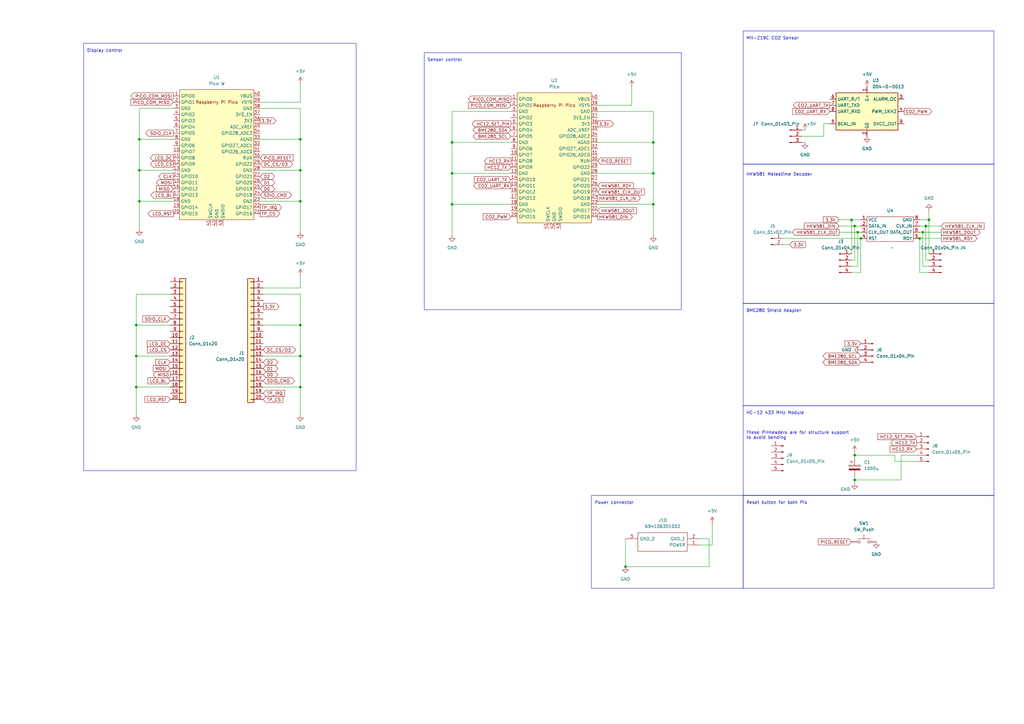
<source format=kicad_sch>
(kicad_sch (version 20230121) (generator eeschema)
  (paper "A3")
  (lib_symbols
    (symbol "694106301002:694106301002" (pin_names (offset 0.762))
      (property "Reference" "J" (at 26.67 7.62 0))
      (property "Value" "694106301002" (at 26.67 5.08 0))
      (symbol "694106301002_0_0"
        (pin passive line (at 30.48 -2.54 180) (length 5.08) (name "POWER") (number "1"))
        (pin passive line (at 30.48 0 180) (length 5.08) (name "GND_1") (number "2"))
        (pin passive line (at 0 0 0) (length 5.08) (name "GND_2") (number "3"))
      )
      (symbol "694106301002_0_1"
        (polyline (pts (xy 5.08 2.54) (xy 25.4 2.54) (xy 25.4 -5.08) (xy 5.08 -5.08) (xy 5.08 2.54)) (stroke (width 0.1524)))
      )
    )
    (symbol "Connector:Conn_01x02_Pin" (pin_names (offset 1.016) hide)
      (property "Reference" "J" (at 0 2.54 0))
      (property "Value" "Conn_01x02_Pin" (at 0 -5.08 0))
      (symbol "Conn_01x02_Pin_1_1"
        (polyline (pts (xy 1.27 -2.54) (xy 0.8636 -2.54)) (stroke (width 0.1524)))
        (polyline (pts (xy 1.27 0) (xy 0.8636 0)) (stroke (width 0.1524)))
        (rectangle (start 0.8636 -2.413) (end 0 -2.667) (stroke (width 0.1524)) (fill (type outline)))
        (rectangle (start 0.8636 0.127) (end 0 -0.127) (stroke (width 0.1524)) (fill (type outline)))
        (pin passive line (at 5.08 0 180) (length 3.81) (name "Pin_1") (number "1"))
        (pin passive line (at 5.08 -2.54 180) (length 3.81) (name "Pin_2") (number "2"))
      )
    )
    (symbol "Connector:Conn_01x03_Pin" (pin_names (offset 1.016) hide)
      (property "Reference" "J" (at 0 5.08 0))
      (property "Value" "Conn_01x03_Pin" (at 0 -5.08 0))
      (symbol "Conn_01x03_Pin_1_1"
        (polyline (pts (xy 1.27 -2.54) (xy 0.8636 -2.54)) (stroke (width 0.1524)))
        (polyline (pts (xy 1.27 0) (xy 0.8636 0)) (stroke (width 0.1524)))
        (polyline (pts (xy 1.27 2.54) (xy 0.8636 2.54)) (stroke (width 0.1524)))
        (rectangle (start 0.8636 -2.413) (end 0 -2.667) (stroke (width 0.1524)) (fill (type outline)))
        (rectangle (start 0.8636 0.127) (end 0 -0.127) (stroke (width 0.1524)) (fill (type outline)))
        (rectangle (start 0.8636 2.667) (end 0 2.413) (stroke (width 0.1524)) (fill (type outline)))
        (pin passive line (at 5.08 2.54 180) (length 3.81) (name "Pin_1") (number "1"))
        (pin passive line (at 5.08 0 180) (length 3.81) (name "Pin_2") (number "2"))
        (pin passive line (at 5.08 -2.54 180) (length 3.81) (name "Pin_3") (number "3"))
      )
    )
    (symbol "Connector:Conn_01x04_Pin" (pin_names (offset 1.016) hide)
      (property "Reference" "J" (at 0 5.08 0))
      (property "Value" "Conn_01x04_Pin" (at 0 -7.62 0))
      (symbol "Conn_01x04_Pin_1_1"
        (polyline (pts (xy 1.27 -5.08) (xy 0.8636 -5.08)) (stroke (width 0.1524)))
        (polyline (pts (xy 1.27 -2.54) (xy 0.8636 -2.54)) (stroke (width 0.1524)))
        (polyline (pts (xy 1.27 0) (xy 0.8636 0)) (stroke (width 0.1524)))
        (polyline (pts (xy 1.27 2.54) (xy 0.8636 2.54)) (stroke (width 0.1524)))
        (rectangle (start 0.8636 -4.953) (end 0 -5.207) (stroke (width 0.1524)) (fill (type outline)))
        (rectangle (start 0.8636 -2.413) (end 0 -2.667) (stroke (width 0.1524)) (fill (type outline)))
        (rectangle (start 0.8636 0.127) (end 0 -0.127) (stroke (width 0.1524)) (fill (type outline)))
        (rectangle (start 0.8636 2.667) (end 0 2.413) (stroke (width 0.1524)) (fill (type outline)))
        (pin passive line (at 5.08 2.54 180) (length 3.81) (name "Pin_1") (number "1"))
        (pin passive line (at 5.08 0 180) (length 3.81) (name "Pin_2") (number "2"))
        (pin passive line (at 5.08 -2.54 180) (length 3.81) (name "Pin_3") (number "3"))
        (pin passive line (at 5.08 -5.08 180) (length 3.81) (name "Pin_4") (number "4"))
      )
    )
    (symbol "Connector:Conn_01x05_Pin" (pin_names (offset 1.016) hide)
      (property "Reference" "J" (at 0 7.62 0))
      (property "Value" "Conn_01x05_Pin" (at 0 -7.62 0))
      (symbol "Conn_01x05_Pin_1_1"
        (polyline (pts (xy 1.27 -5.08) (xy 0.8636 -5.08)) (stroke (width 0.1524)))
        (polyline (pts (xy 1.27 -2.54) (xy 0.8636 -2.54)) (stroke (width 0.1524)))
        (polyline (pts (xy 1.27 0) (xy 0.8636 0)) (stroke (width 0.1524)))
        (polyline (pts (xy 1.27 2.54) (xy 0.8636 2.54)) (stroke (width 0.1524)))
        (polyline (pts (xy 1.27 5.08) (xy 0.8636 5.08)) (stroke (width 0.1524)))
        (rectangle (start 0.8636 -4.953) (end 0 -5.207) (stroke (width 0.1524)) (fill (type outline)))
        (rectangle (start 0.8636 -2.413) (end 0 -2.667) (stroke (width 0.1524)) (fill (type outline)))
        (rectangle (start 0.8636 0.127) (end 0 -0.127) (stroke (width 0.1524)) (fill (type outline)))
        (rectangle (start 0.8636 2.667) (end 0 2.413) (stroke (width 0.1524)) (fill (type outline)))
        (rectangle (start 0.8636 5.207) (end 0 4.953) (stroke (width 0.1524)) (fill (type outline)))
        (pin passive line (at 5.08 5.08 180) (length 3.81) (name "Pin_1") (number "1"))
        (pin passive line (at 5.08 2.54 180) (length 3.81) (name "Pin_2") (number "2"))
        (pin passive line (at 5.08 0 180) (length 3.81) (name "Pin_3") (number "3"))
        (pin passive line (at 5.08 -2.54 180) (length 3.81) (name "Pin_4") (number "4"))
        (pin passive line (at 5.08 -5.08 180) (length 3.81) (name "Pin_5") (number "5"))
      )
    )
    (symbol "Connector_Generic:Conn_01x20" (pin_names (offset 1.016) hide)
      (property "Reference" "J" (at 0 25.4 0))
      (property "Value" "Conn_01x20" (at 0 -27.94 0))
      (symbol "Conn_01x20_1_1"
        (rectangle (start -1.27 -25.273) (end 0 -25.527) (stroke (width 0.1524)))
        (rectangle (start -1.27 -22.733) (end 0 -22.987) (stroke (width 0.1524)))
        (rectangle (start -1.27 -20.193) (end 0 -20.447) (stroke (width 0.1524)))
        (rectangle (start -1.27 -17.653) (end 0 -17.907) (stroke (width 0.1524)))
        (rectangle (start -1.27 -15.113) (end 0 -15.367) (stroke (width 0.1524)))
        (rectangle (start -1.27 -12.573) (end 0 -12.827) (stroke (width 0.1524)))
        (rectangle (start -1.27 -10.033) (end 0 -10.287) (stroke (width 0.1524)))
        (rectangle (start -1.27 -7.493) (end 0 -7.747) (stroke (width 0.1524)))
        (rectangle (start -1.27 -4.953) (end 0 -5.207) (stroke (width 0.1524)))
        (rectangle (start -1.27 -2.413) (end 0 -2.667) (stroke (width 0.1524)))
        (rectangle (start -1.27 0.127) (end 0 -0.127) (stroke (width 0.1524)))
        (rectangle (start -1.27 2.667) (end 0 2.413) (stroke (width 0.1524)))
        (rectangle (start -1.27 5.207) (end 0 4.953) (stroke (width 0.1524)))
        (rectangle (start -1.27 7.747) (end 0 7.493) (stroke (width 0.1524)))
        (rectangle (start -1.27 10.287) (end 0 10.033) (stroke (width 0.1524)))
        (rectangle (start -1.27 12.827) (end 0 12.573) (stroke (width 0.1524)))
        (rectangle (start -1.27 15.367) (end 0 15.113) (stroke (width 0.1524)))
        (rectangle (start -1.27 17.907) (end 0 17.653) (stroke (width 0.1524)))
        (rectangle (start -1.27 20.447) (end 0 20.193) (stroke (width 0.1524)))
        (rectangle (start -1.27 22.987) (end 0 22.733) (stroke (width 0.1524)))
        (rectangle (start -1.27 24.13) (end 1.27 -26.67) (stroke (width 0.254)) (fill (type background)))
        (pin passive line (at -5.08 22.86 0) (length 3.81) (name "Pin_1") (number "1"))
        (pin passive line (at -5.08 0 0) (length 3.81) (name "Pin_10") (number "10"))
        (pin passive line (at -5.08 -2.54 0) (length 3.81) (name "Pin_11") (number "11"))
        (pin passive line (at -5.08 -5.08 0) (length 3.81) (name "Pin_12") (number "12"))
        (pin passive line (at -5.08 -7.62 0) (length 3.81) (name "Pin_13") (number "13"))
        (pin passive line (at -5.08 -10.16 0) (length 3.81) (name "Pin_14") (number "14"))
        (pin passive line (at -5.08 -12.7 0) (length 3.81) (name "Pin_15") (number "15"))
        (pin passive line (at -5.08 -15.24 0) (length 3.81) (name "Pin_16") (number "16"))
        (pin passive line (at -5.08 -17.78 0) (length 3.81) (name "Pin_17") (number "17"))
        (pin passive line (at -5.08 -20.32 0) (length 3.81) (name "Pin_18") (number "18"))
        (pin passive line (at -5.08 -22.86 0) (length 3.81) (name "Pin_19") (number "19"))
        (pin passive line (at -5.08 20.32 0) (length 3.81) (name "Pin_2") (number "2"))
        (pin passive line (at -5.08 -25.4 0) (length 3.81) (name "Pin_20") (number "20"))
        (pin passive line (at -5.08 17.78 0) (length 3.81) (name "Pin_3") (number "3"))
        (pin passive line (at -5.08 15.24 0) (length 3.81) (name "Pin_4") (number "4"))
        (pin passive line (at -5.08 12.7 0) (length 3.81) (name "Pin_5") (number "5"))
        (pin passive line (at -5.08 10.16 0) (length 3.81) (name "Pin_6") (number "6"))
        (pin passive line (at -5.08 7.62 0) (length 3.81) (name "Pin_7") (number "7"))
        (pin passive line (at -5.08 5.08 0) (length 3.81) (name "Pin_8") (number "8"))
        (pin passive line (at -5.08 2.54 0) (length 3.81) (name "Pin_9") (number "9"))
      )
    )
    (symbol "Device:C_Polarized" (pin_numbers hide) (pin_names (offset 0.254))
      (property "Reference" "C" (at 0.635 2.54 0))
      (property "Value" "C_Polarized" (at 0.635 -2.54 0))
      (symbol "C_Polarized_0_1"
        (rectangle (start -2.286 0.508) (end 2.286 1.016))
        (polyline (pts (xy -1.778 2.286) (xy -0.762 2.286)))
        (polyline (pts (xy -1.27 2.794) (xy -1.27 1.778)))
        (rectangle (start 2.286 -0.508) (end -2.286 -1.016) (fill (type outline)))
      )
      (symbol "C_Polarized_1_1"
        (pin passive line (at 0 3.81 270) (length 2.794) (name "~") (number "1"))
        (pin passive line (at 0 -3.81 90) (length 2.794) (name "~") (number "2"))
      )
    )
    (symbol "HKW581:HKW581"
      (property "Reference" "U" (at 0 0 0))
      (symbol "HKW581_0_1"
        (rectangle (start -10.16 12.7) (end 8.89 2.54))
      )
      (symbol "HKW581_1_1"
        (pin power_in line (at -12.7 11.43 0) (length 2.54) (name "VCC") (number "1"))
        (pin input line (at -12.7 8.89 0) (length 2.54) (name "DATA_IN") (number "2"))
        (pin output line (at -12.7 6.35 0) (length 2.54) (name "CLK_OUT") (number "3"))
        (pin input line (at -12.7 3.81 0) (length 2.54) (name "RST") (number "4"))
        (pin output line (at 11.43 3.81 180) (length 2.54) (name "RDY") (number "5"))
        (pin output line (at 11.43 6.35 180) (length 2.54) (name "DATA_OUT") (number "6"))
        (pin input line (at 11.43 8.89 180) (length 2.54) (name "CLK_IN") (number "7"))
        (pin power_in line (at 11.43 11.43 180) (length 2.54) (name "GND") (number "8"))
      )
    )
    (symbol "MCU_RaspberryPi_and_Boards:Pico"
      (property "Reference" "U" (at -13.97 27.94 0))
      (property "Value" "Pico" (at 0 19.05 0))
      (symbol "Pico_0_0"
        (text "Raspberry Pi Pico" (at 0 21.59 0) (effects (font (size 1.27 1.27))))
      )
      (symbol "Pico_0_1"
        (rectangle (start -15.24 26.67) (end 15.24 -26.67) (fill (type background)))
      )
      (symbol "Pico_1_1"
        (pin bidirectional line (at -17.78 24.13 0) (length 2.54) (name "GPIO0") (number "1"))
        (pin bidirectional line (at -17.78 1.27 0) (length 2.54) (name "GPIO7") (number "10"))
        (pin bidirectional line (at -17.78 -1.27 0) (length 2.54) (name "GPIO8") (number "11"))
        (pin bidirectional line (at -17.78 -3.81 0) (length 2.54) (name "GPIO9") (number "12"))
        (pin power_in line (at -17.78 -6.35 0) (length 2.54) (name "GND") (number "13"))
        (pin bidirectional line (at -17.78 -8.89 0) (length 2.54) (name "GPIO10") (number "14"))
        (pin bidirectional line (at -17.78 -11.43 0) (length 2.54) (name "GPIO11") (number "15"))
        (pin bidirectional line (at -17.78 -13.97 0) (length 2.54) (name "GPIO12") (number "16"))
        (pin bidirectional line (at -17.78 -16.51 0) (length 2.54) (name "GPIO13") (number "17"))
        (pin power_in line (at -17.78 -19.05 0) (length 2.54) (name "GND") (number "18"))
        (pin bidirectional line (at -17.78 -21.59 0) (length 2.54) (name "GPIO14") (number "19"))
        (pin bidirectional line (at -17.78 21.59 0) (length 2.54) (name "GPIO1") (number "2"))
        (pin bidirectional line (at -17.78 -24.13 0) (length 2.54) (name "GPIO15") (number "20"))
        (pin bidirectional line (at 17.78 -24.13 180) (length 2.54) (name "GPIO16") (number "21"))
        (pin bidirectional line (at 17.78 -21.59 180) (length 2.54) (name "GPIO17") (number "22"))
        (pin power_in line (at 17.78 -19.05 180) (length 2.54) (name "GND") (number "23"))
        (pin bidirectional line (at 17.78 -16.51 180) (length 2.54) (name "GPIO18") (number "24"))
        (pin bidirectional line (at 17.78 -13.97 180) (length 2.54) (name "GPIO19") (number "25"))
        (pin bidirectional line (at 17.78 -11.43 180) (length 2.54) (name "GPIO20") (number "26"))
        (pin bidirectional line (at 17.78 -8.89 180) (length 2.54) (name "GPIO21") (number "27"))
        (pin power_in line (at 17.78 -6.35 180) (length 2.54) (name "GND") (number "28"))
        (pin bidirectional line (at 17.78 -3.81 180) (length 2.54) (name "GPIO22") (number "29"))
        (pin power_in line (at -17.78 19.05 0) (length 2.54) (name "GND") (number "3"))
        (pin input line (at 17.78 -1.27 180) (length 2.54) (name "RUN") (number "30"))
        (pin bidirectional line (at 17.78 1.27 180) (length 2.54) (name "GPIO26_ADC0") (number "31"))
        (pin bidirectional line (at 17.78 3.81 180) (length 2.54) (name "GPIO27_ADC1") (number "32"))
        (pin power_in line (at 17.78 6.35 180) (length 2.54) (name "AGND") (number "33"))
        (pin bidirectional line (at 17.78 8.89 180) (length 2.54) (name "GPIO28_ADC2") (number "34"))
        (pin power_in line (at 17.78 11.43 180) (length 2.54) (name "ADC_VREF") (number "35"))
        (pin power_in line (at 17.78 13.97 180) (length 2.54) (name "3V3") (number "36"))
        (pin input line (at 17.78 16.51 180) (length 2.54) (name "3V3_EN") (number "37"))
        (pin bidirectional line (at 17.78 19.05 180) (length 2.54) (name "GND") (number "38"))
        (pin power_in line (at 17.78 21.59 180) (length 2.54) (name "VSYS") (number "39"))
        (pin bidirectional line (at -17.78 16.51 0) (length 2.54) (name "GPIO2") (number "4"))
        (pin power_in line (at 17.78 24.13 180) (length 2.54) (name "VBUS") (number "40"))
        (pin input line (at -2.54 -29.21 90) (length 2.54) (name "SWCLK") (number "41"))
        (pin power_in line (at 0 -29.21 90) (length 2.54) (name "GND") (number "42"))
        (pin bidirectional line (at 2.54 -29.21 90) (length 2.54) (name "SWDIO") (number "43"))
        (pin bidirectional line (at -17.78 13.97 0) (length 2.54) (name "GPIO3") (number "5"))
        (pin bidirectional line (at -17.78 11.43 0) (length 2.54) (name "GPIO4") (number "6"))
        (pin bidirectional line (at -17.78 8.89 0) (length 2.54) (name "GPIO5") (number "7"))
        (pin power_in line (at -17.78 6.35 0) (length 2.54) (name "GND") (number "8"))
        (pin bidirectional line (at -17.78 3.81 0) (length 2.54) (name "GPIO6") (number "9"))
      )
    )
    (symbol "Sensor_Gas:004-0-0013"
      (property "Reference" "U" (at -11.43 8.89 0))
      (property "Value" "004-0-0013" (at 7.62 8.89 0))
      (symbol "004-0-0013_0_1"
        (rectangle (start -12.7 7.62) (end 12.7 -7.62) (stroke (width 0.254)) (fill (type background)))
      )
      (symbol "004-0-0013_1_1"
        (pin power_in line (at 0 10.16 270) (length 2.54) (name "G+") (number "1"))
        (pin power_in line (at 0 -10.16 90) (length 2.54) (name "G0") (number "2"))
        (pin open_collector line (at 15.24 5.08 180) (length 2.54) (name "ALARM_OC") (number "3"))
        (pin output line (at 15.24 0 180) (length 2.54) (name "PWM_1KHZ") (number "4"))
        (pin input line (at -15.24 -5.08 0) (length 2.54) (name "BCAL_IN") (number "5"))
        (pin output line (at -15.24 5.08 0) (length 2.54) (name "UART_R/T") (number "6"))
        (pin output line (at -15.24 2.54 0) (length 2.54) (name "UART_TXD") (number "7"))
        (pin input line (at -15.24 0 0) (length 2.54) (name "UART_RXD") (number "8"))
        (pin power_out line (at 15.24 -5.08 180) (length 2.54) (name "DVCC_OUT") (number "9"))
      )
    )
    (symbol "Switch:SW_Push" (pin_numbers hide) (pin_names (offset 1.016) hide)
      (property "Reference" "SW" (at 1.27 2.54 0))
      (property "Value" "SW_Push" (at 0 -1.524 0))
      (symbol "SW_Push_0_1"
        (circle (center -2.032 0) (radius 0.508))
        (polyline (pts (xy 0 1.27) (xy 0 3.048)))
        (polyline (pts (xy 2.54 1.27) (xy -2.54 1.27)))
        (circle (center 2.032 0) (radius 0.508))
        (pin passive line (at -5.08 0 0) (length 2.54) (name "1") (number "1"))
        (pin passive line (at 5.08 0 180) (length 2.54) (name "2") (number "2"))
      )
    )
    (symbol "power:+5V" (power) (pin_names (offset 0))
      (property "Value" "+5V" (at 0 3.556 0))
      (symbol "+5V_0_1"
        (polyline (pts (xy -0.762 1.27) (xy 0 2.54)))
        (polyline (pts (xy 0 0) (xy 0 2.54)))
        (polyline (pts (xy 0 2.54) (xy 0.762 1.27)))
      )
      (symbol "+5V_1_1"
        (pin power_in line (at 0 0 90) (length 0) hide (name "+5V") (number "1"))
      )
    )
    (symbol "power:GND" (power) (pin_names (offset 0))
      (property "Value" "GND" (at 0 -3.81 0))
      (symbol "GND_0_1"
        (polyline (pts (xy 0 0) (xy 0 -1.27) (xy 1.27 -1.27) (xy 0 -2.54) (xy -1.27 -1.27) (xy 0 -1.27)))
      )
      (symbol "GND_1_1"
        (pin power_in line (at 0 0 270) (length 0) hide (name "GND") (number "1"))
      )
    )
  )
  (junction (at 267.97 71.12))
  (junction (at 123.19 133.35))
  (junction (at 351.79 95.25))
  (junction (at 353.06 97.79))
  (junction (at 55.88 158.75))
  (junction (at 123.19 158.75))
  (junction (at 377.19 97.79))
  (junction (at 349.25 90.17))
  (junction (at 185.42 83.82))
  (junction (at 57.15 57.15))
  (junction (at 185.42 58.42))
  (junction (at 267.97 58.42))
  (junction (at 379.73 92.71))
  (junction (at 185.42 71.12))
  (junction (at 378.46 95.25))
  (junction (at 123.19 57.15))
  (junction (at 123.19 82.55))
  (junction (at 350.52 196.85))
  (junction (at 55.88 146.05))
  (junction (at 267.97 83.82))
  (junction (at 57.15 82.55))
  (junction (at 256.54 232.41))
  (junction (at 350.52 92.71))
  (junction (at 123.19 69.85))
  (junction (at 55.88 133.35))
  (junction (at 381 90.17))
  (junction (at 123.19 146.05))
  (junction (at 57.15 69.85))
  (junction (at 350.52 186.69))
  (wire (pts (xy 349.25 90.17) (xy 353.06 90.17)))
  (wire (pts (xy 123.19 118.11) (xy 123.19 113.03)))
  (wire (pts (xy 350.52 106.68) (xy 350.52 92.71)))
  (wire (pts (xy 290.83 220.98) (xy 290.83 232.41)))
  (wire (pts (xy 123.19 158.75) (xy 123.19 170.18)))
  (wire (pts (xy 185.42 71.12) (xy 209.55 71.12)))
  (wire (pts (xy 381 106.68) (xy 379.73 106.68)))
  (wire (pts (xy 57.15 82.55) (xy 57.15 93.98)))
  (wire (pts (xy 381 109.22) (xy 378.46 109.22)))
  (wire (pts (xy 259.08 43.18) (xy 259.08 35.56)))
  (wire (pts (xy 379.73 106.68) (xy 379.73 92.71)))
  (wire (pts (xy 123.19 82.55) (xy 123.19 95.25)))
  (wire (pts (xy 185.42 45.72) (xy 185.42 58.42)))
  (wire (pts (xy 267.97 71.12) (xy 267.97 58.42)))
  (wire (pts (xy 349.25 111.76) (xy 353.06 111.76)))
  (wire (pts (xy 328.93 58.42) (xy 330.2 58.42)))
  (wire (pts (xy 123.19 41.91) (xy 123.19 34.29)))
  (wire (pts (xy 349.25 106.68) (xy 350.52 106.68)))
  (wire (pts (xy 57.15 44.45) (xy 71.12 44.45)))
  (wire (pts (xy 107.95 118.11) (xy 123.19 118.11)))
  (wire (pts (xy 57.15 82.55) (xy 57.15 69.85)))
  (wire (pts (xy 328.93 53.34) (xy 330.2 53.34)))
  (wire (pts (xy 185.42 83.82) (xy 185.42 96.52)))
  (wire (pts (xy 369.57 196.85) (xy 369.57 186.69)))
  (wire (pts (xy 378.46 95.25) (xy 377.19 95.25)))
  (wire (pts (xy 350.52 195.58) (xy 350.52 196.85)))
  (wire (pts (xy 377.19 97.79) (xy 377.19 111.76)))
  (wire (pts (xy 369.57 186.69) (xy 375.92 186.69)))
  (wire (pts (xy 381 86.36) (xy 381 90.17)))
  (wire (pts (xy 290.83 232.41) (xy 256.54 232.41)))
  (wire (pts (xy 377.19 111.76) (xy 381 111.76)))
  (wire (pts (xy 267.97 58.42) (xy 267.97 45.72)))
  (wire (pts (xy 379.73 92.71) (xy 386.08 92.71)))
  (wire (pts (xy 267.97 83.82) (xy 267.97 96.52)))
  (wire (pts (xy 123.19 69.85) (xy 123.19 82.55)))
  (wire (pts (xy 353.06 95.25) (xy 351.79 95.25)))
  (wire (pts (xy 351.79 109.22) (xy 349.25 109.22)))
  (wire (pts (xy 185.42 58.42) (xy 185.42 71.12)))
  (wire (pts (xy 267.97 45.72) (xy 245.11 45.72)))
  (wire (pts (xy 321.31 97.79) (xy 353.06 97.79)))
  (wire (pts (xy 375.92 189.23) (xy 367.03 189.23)))
  (wire (pts (xy 55.88 146.05) (xy 69.85 146.05)))
  (wire (pts (xy 350.52 186.69) (xy 350.52 187.96)))
  (wire (pts (xy 292.1 223.52) (xy 292.1 214.63)))
  (wire (pts (xy 350.52 196.85) (xy 350.52 198.12)))
  (wire (pts (xy 55.88 146.05) (xy 55.88 158.75)))
  (wire (pts (xy 55.88 133.35) (xy 55.88 146.05)))
  (wire (pts (xy 123.19 120.65) (xy 123.19 133.35)))
  (wire (pts (xy 287.02 220.98) (xy 290.83 220.98)))
  (wire (pts (xy 350.52 196.85) (xy 369.57 196.85)))
  (wire (pts (xy 381 90.17) (xy 381 104.14)))
  (wire (pts (xy 123.19 146.05) (xy 123.19 158.75)))
  (wire (pts (xy 367.03 186.69) (xy 350.52 186.69)))
  (wire (pts (xy 378.46 95.25) (xy 386.08 95.25)))
  (wire (pts (xy 55.88 120.65) (xy 55.88 133.35)))
  (wire (pts (xy 287.02 223.52) (xy 292.1 223.52)))
  (wire (pts (xy 344.17 92.71) (xy 350.52 92.71)))
  (wire (pts (xy 123.19 57.15) (xy 123.19 69.85)))
  (wire (pts (xy 350.52 186.69) (xy 350.52 185.42)))
  (wire (pts (xy 55.88 158.75) (xy 69.85 158.75)))
  (wire (pts (xy 209.55 45.72) (xy 185.42 45.72)))
  (wire (pts (xy 185.42 71.12) (xy 185.42 83.82)))
  (wire (pts (xy 55.88 120.65) (xy 69.85 120.65)))
  (wire (pts (xy 123.19 133.35) (xy 123.19 146.05)))
  (wire (pts (xy 267.97 83.82) (xy 267.97 71.12)))
  (wire (pts (xy 107.95 120.65) (xy 123.19 120.65)))
  (wire (pts (xy 107.95 158.75) (xy 123.19 158.75)))
  (wire (pts (xy 185.42 58.42) (xy 209.55 58.42)))
  (wire (pts (xy 245.11 43.18) (xy 259.08 43.18)))
  (wire (pts (xy 106.68 44.45) (xy 123.19 44.45)))
  (wire (pts (xy 245.11 58.42) (xy 267.97 58.42)))
  (wire (pts (xy 353.06 111.76) (xy 353.06 97.79)))
  (wire (pts (xy 55.88 158.75) (xy 55.88 170.18)))
  (wire (pts (xy 367.03 189.23) (xy 367.03 186.69)))
  (wire (pts (xy 57.15 69.85) (xy 71.12 69.85)))
  (wire (pts (xy 349.25 104.14) (xy 349.25 90.17)))
  (wire (pts (xy 377.19 97.79) (xy 386.08 97.79)))
  (wire (pts (xy 245.11 71.12) (xy 267.97 71.12)))
  (wire (pts (xy 256.54 220.98) (xy 256.54 232.41)))
  (wire (pts (xy 57.15 57.15) (xy 71.12 57.15)))
  (wire (pts (xy 321.31 100.33) (xy 323.85 100.33)))
  (wire (pts (xy 57.15 69.85) (xy 57.15 57.15)))
  (wire (pts (xy 337.82 55.88) (xy 337.82 50.8)))
  (wire (pts (xy 350.52 92.71) (xy 353.06 92.71)))
  (wire (pts (xy 106.68 57.15) (xy 123.19 57.15)))
  (wire (pts (xy 57.15 57.15) (xy 57.15 44.45)))
  (wire (pts (xy 379.73 92.71) (xy 377.19 92.71)))
  (wire (pts (xy 107.95 146.05) (xy 123.19 146.05)))
  (wire (pts (xy 351.79 95.25) (xy 351.79 109.22)))
  (wire (pts (xy 106.68 41.91) (xy 123.19 41.91)))
  (wire (pts (xy 344.17 90.17) (xy 349.25 90.17)))
  (wire (pts (xy 377.19 90.17) (xy 381 90.17)))
  (wire (pts (xy 378.46 109.22) (xy 378.46 95.25)))
  (wire (pts (xy 106.68 82.55) (xy 123.19 82.55)))
  (wire (pts (xy 245.11 83.82) (xy 267.97 83.82)))
  (wire (pts (xy 123.19 44.45) (xy 123.19 57.15)))
  (wire (pts (xy 344.17 95.25) (xy 351.79 95.25)))
  (wire (pts (xy 337.82 50.8) (xy 340.36 50.8)))
  (wire (pts (xy 107.95 133.35) (xy 123.19 133.35)))
  (wire (pts (xy 106.68 69.85) (xy 123.19 69.85)))
  (wire (pts (xy 328.93 55.88) (xy 337.82 55.88)))
  (wire (pts (xy 55.88 133.35) (xy 69.85 133.35)))
  (wire (pts (xy 185.42 83.82) (xy 209.55 83.82)))
  (wire (pts (xy 71.12 82.55) (xy 57.15 82.55)))
  (rectangle (start 34.29 17.78) (end 146.05 193.04))
  (rectangle (start 304.8 67.31) (end 407.67 124.46))
  (rectangle (start 304.8 203.2) (end 407.67 241.3))
  (rectangle (start 242.57 203.2) (end 304.8 241.3))
  (rectangle (start 304.8 12.7) (end 407.67 67.31))
  (rectangle (start 304.8 166.37) (end 407.67 203.2))
  (rectangle (start 304.8 124.46) (end 407.67 166.37))
  (rectangle (start 173.99 21.59) (end 279.4 127))
  (text "HKW581 Meteotime Decoder\n" (at 306.07 72.39 0) (effects (font (size 1.27 1.27)) (justify left bottom)))
  (text "Display control" (at 35.56 21.59 0) (effects (font (size 1.27 1.27)) (justify left bottom)))
  (text "BME280 Shield Adapter\n" (at 306.07 128.27 0) (effects (font (size 1.27 1.27)) (justify left bottom)))
  (text "HC-12 433 MHz Module" (at 306.07 170.18 0) (effects (font (size 1.27 1.27)) (justify left bottom)))
  (text "Power connector\n" (at 243.84 207.01 0) (effects (font (size 1.27 1.27)) (justify left bottom)))
  (text "Sensor control\n" (at 175.26 25.4 0) (effects (font (size 1.27 1.27)) (justify left bottom)))
  (text "Reset button for both Pis" (at 306.07 207.01 0) (effects (font (size 1.27 1.27)) (justify left bottom)))
  (text "These Pinheaders are for structure support\nto avoid bending\n" (at 306.07 180.34 0) (effects (font (size 1.27 1.27)) (justify left bottom)))
  (text "MH-Z19C CO2 Sensor\n" (at 306.07 16.51 0) (effects (font (size 1.27 1.27)) (justify left bottom)))
  (global_label "LCD_BL" (shape output) (at 71.12 80.01 180) (property "Intersheetrefs" "${INTERSHEET_REFS}" (effects hide)))
  (global_label "LCD_BL" (shape input) (at 69.85 156.21 180) (property "Intersheetrefs" "${INTERSHEET_REFS}" (effects hide)))
  (global_label "CO2_UART_TX" (shape input) (at 209.55 73.66 180) (property "Intersheetrefs" "${INTERSHEET_REFS}" (effects hide)))
  (global_label "MOSI" (shape input) (at 69.85 151.13 180) (property "Intersheetrefs" "${INTERSHEET_REFS}" (effects hide)))
  (global_label "LCD_CS" (shape output) (at 71.12 67.31 180) (property "Intersheetrefs" "${INTERSHEET_REFS}" (effects hide)))
  (global_label "HKW581_DIN" (shape input) (at 344.17 92.71 180) (property "Intersheetrefs" "${INTERSHEET_REFS}" (effects hide)))
  (global_label "LCD_DC" (shape input) (at 69.85 140.97 180) (property "Intersheetrefs" "${INTERSHEET_REFS}" (effects hide)))
  (global_label "HKW581_CLK_IN" (shape output) (at 245.11 81.28 0) (property "Intersheetrefs" "${INTERSHEET_REFS}" (effects hide)))
  (global_label "HKW581_DOUT" (shape output) (at 386.08 95.25 0) (property "Intersheetrefs" "${INTERSHEET_REFS}" (effects hide)))
  (global_label "MISO" (shape input) (at 71.12 77.47 180) (property "Intersheetrefs" "${INTERSHEET_REFS}" (effects hide)))
  (global_label "CO2_PWM" (shape input) (at 209.55 88.9 180) (property "Intersheetrefs" "${INTERSHEET_REFS}" (effects hide)))
  (global_label "HKW581_DOUT" (shape input) (at 245.11 86.36 0) (property "Intersheetrefs" "${INTERSHEET_REFS}" (effects hide)))
  (global_label "MOSI" (shape output) (at 71.12 74.93 180) (property "Intersheetrefs" "${INTERSHEET_REFS}" (effects hide)))
  (global_label "LCD_RST" (shape output) (at 71.12 87.63 180) (property "Intersheetrefs" "${INTERSHEET_REFS}" (effects hide)))
  (global_label "3.3V" (shape output) (at 106.68 49.53 0) (property "Intersheetrefs" "${INTERSHEET_REFS}" (effects hide)))
  (global_label "HC12_SET_PIN" (shape output) (at 209.55 50.8 180) (property "Intersheetrefs" "${INTERSHEET_REFS}" (effects hide)))
  (global_label "HKW581_CLK_OUT" (shape output) (at 344.17 95.25 180) (property "Intersheetrefs" "${INTERSHEET_REFS}" (effects hide)))
  (global_label "3.3V" (shape input) (at 344.17 90.17 180) (property "Intersheetrefs" "${INTERSHEET_REFS}" (effects hide)))
  (global_label "HKW581_CLK_IN" (shape input) (at 386.08 92.71 0) (property "Intersheetrefs" "${INTERSHEET_REFS}" (effects hide)))
  (global_label "BME280_SDA" (shape bidirectional) (at 209.55 53.34 180) (property "Intersheetrefs" "${INTERSHEET_REFS}" (effects hide)))
  (global_label "PICO_COM_MISO" (shape input) (at 71.12 41.91 180) (property "Intersheetrefs" "${INTERSHEET_REFS}" (effects hide)))
  (global_label "SDIO_CMD" (shape bidirectional) (at 106.68 80.01 0) (property "Intersheetrefs" "${INTERSHEET_REFS}" (effects hide)))
  (global_label "CO2_PWM" (shape output) (at 370.84 45.72 0) (property "Intersheetrefs" "${INTERSHEET_REFS}" (effects hide)))
  (global_label "TP_CS" (shape output) (at 106.68 87.63 0) (property "Intersheetrefs" "${INTERSHEET_REFS}" (effects hide)))
  (global_label "PICO_RESET" (shape input) (at 106.68 64.77 0) (property "Intersheetrefs" "${INTERSHEET_REFS}" (effects hide)))
  (global_label "HKW581_RDY" (shape output) (at 386.08 97.79 0) (property "Intersheetrefs" "${INTERSHEET_REFS}" (effects hide)))
  (global_label "CO2_UART_RX" (shape output) (at 209.55 76.2 180) (property "Intersheetrefs" "${INTERSHEET_REFS}" (effects hide)))
  (global_label "MISO" (shape output) (at 69.85 153.67 180) (property "Intersheetrefs" "${INTERSHEET_REFS}" (effects hide)))
  (global_label "3.3V" (shape output) (at 107.95 125.73 0) (property "Intersheetrefs" "${INTERSHEET_REFS}" (effects hide)))
  (global_label "CO2_UART_RX" (shape input) (at 340.36 45.72 180) (property "Intersheetrefs" "${INTERSHEET_REFS}" (effects hide)))
  (global_label "LCD_CS" (shape input) (at 69.85 143.51 180) (property "Intersheetrefs" "${INTERSHEET_REFS}" (effects hide)))
  (global_label "PICO_RESET" (shape input) (at 245.11 66.04 0) (property "Intersheetrefs" "${INTERSHEET_REFS}" (effects hide)))
  (global_label "PICO_COM_MOSI" (shape output) (at 71.12 39.37 180) (property "Intersheetrefs" "${INTERSHEET_REFS}" (effects hide)))
  (global_label "CLK" (shape output) (at 71.12 72.39 180) (property "Intersheetrefs" "${INTERSHEET_REFS}" (effects hide)))
  (global_label "HC12_SET_PIN" (shape input) (at 375.92 179.07 180) (property "Intersheetrefs" "${INTERSHEET_REFS}" (effects hide)))
  (global_label "PICO_RESET" (shape input) (at 349.25 222.25 180) (property "Intersheetrefs" "${INTERSHEET_REFS}" (effects hide)))
  (global_label "SDIO_CMD" (shape bidirectional) (at 107.95 156.21 0) (property "Intersheetrefs" "${INTERSHEET_REFS}" (effects hide)))
  (global_label "SDIO_CLK" (shape output) (at 71.12 54.61 180) (property "Intersheetrefs" "${INTERSHEET_REFS}" (effects hide)))
  (global_label "3.3V" (shape input) (at 323.85 100.33 0) (property "Intersheetrefs" "${INTERSHEET_REFS}" (effects hide)))
  (global_label "D0" (shape bidirectional) (at 106.68 77.47 0) (property "Intersheetrefs" "${INTERSHEET_REFS}" (effects hide)))
  (global_label "TP_IRQ" (shape output) (at 106.68 85.09 0) (property "Intersheetrefs" "${INTERSHEET_REFS}" (effects hide)))
  (global_label "HC12_TX" (shape input) (at 209.55 68.58 180) (property "Intersheetrefs" "${INTERSHEET_REFS}" (effects hide)))
  (global_label "SDIO_CLK" (shape input) (at 69.85 130.81 180) (property "Intersheetrefs" "${INTERSHEET_REFS}" (effects hide)))
  (global_label "D1" (shape bidirectional) (at 107.95 151.13 0) (property "Intersheetrefs" "${INTERSHEET_REFS}" (effects hide)))
  (global_label "3.3V" (shape output) (at 245.11 50.8 0) (property "Intersheetrefs" "${INTERSHEET_REFS}" (effects hide)))
  (global_label "HC12_TX" (shape output) (at 375.92 181.61 180) (property "Intersheetrefs" "${INTERSHEET_REFS}" (effects hide)))
  (global_label "D2" (shape bidirectional) (at 106.68 72.39 0) (property "Intersheetrefs" "${INTERSHEET_REFS}" (effects hide)))
  (global_label "D0" (shape bidirectional) (at 107.95 153.67 0) (property "Intersheetrefs" "${INTERSHEET_REFS}" (effects hide)))
  (global_label "BME280_SCL" (shape bidirectional) (at 353.06 146.05 180) (property "Intersheetrefs" "${INTERSHEET_REFS}" (effects hide)))
  (global_label "LCD_RST" (shape input) (at 69.85 163.83 180) (property "Intersheetrefs" "${INTERSHEET_REFS}" (effects hide)))
  (global_label "TP_IRQ" (shape input) (at 107.95 161.29 0) (property "Intersheetrefs" "${INTERSHEET_REFS}" (effects hide)))
  (global_label "CO2_UART_TX" (shape output) (at 340.36 43.18 180) (property "Intersheetrefs" "${INTERSHEET_REFS}" (effects hide)))
  (global_label "D2" (shape bidirectional) (at 107.95 148.59 0) (property "Intersheetrefs" "${INTERSHEET_REFS}" (effects hide)))
  (global_label "D1" (shape bidirectional) (at 106.68 74.93 0) (property "Intersheetrefs" "${INTERSHEET_REFS}" (effects hide)))
  (global_label "DC_CS{slash}D3" (shape bidirectional) (at 106.68 67.31 0) (property "Intersheetrefs" "${INTERSHEET_REFS}" (effects hide)))
  (global_label "DC_CS{slash}D3" (shape bidirectional) (at 107.95 143.51 0) (property "Intersheetrefs" "${INTERSHEET_REFS}" (effects hide)))
  (global_label "BME280_SCL" (shape bidirectional) (at 209.55 55.88 180) (property "Intersheetrefs" "${INTERSHEET_REFS}" (effects hide)))
  (global_label "HKW581_DIN" (shape output) (at 245.11 88.9 0) (property "Intersheetrefs" "${INTERSHEET_REFS}" (effects hide)))
  (global_label "PICO_COM_MISO" (shape output) (at 209.55 40.64 180) (property "Intersheetrefs" "${INTERSHEET_REFS}" (effects hide)))
  (global_label "HC12_RX" (shape output) (at 209.55 66.04 180) (property "Intersheetrefs" "${INTERSHEET_REFS}" (effects hide)))
  (global_label "HKW581_RDY" (shape input) (at 245.11 76.2 0) (property "Intersheetrefs" "${INTERSHEET_REFS}" (effects hide)))
  (global_label "3.3V" (shape input) (at 353.06 140.97 180) (property "Intersheetrefs" "${INTERSHEET_REFS}" (effects hide)))
  (global_label "LCD_DC" (shape output) (at 71.12 64.77 180) (property "Intersheetrefs" "${INTERSHEET_REFS}" (effects hide)))
  (global_label "CLK" (shape input) (at 69.85 148.59 180) (property "Intersheetrefs" "${INTERSHEET_REFS}" (effects hide)))
  (global_label "TP_CS" (shape input) (at 107.95 163.83 0) (property "Intersheetrefs" "${INTERSHEET_REFS}" (effects hide)))
  (global_label "HC12_RX" (shape input) (at 375.92 184.15 180) (property "Intersheetrefs" "${INTERSHEET_REFS}" (effects hide)))
  (global_label "PICO_COM_MOSI" (shape input) (at 209.55 43.18 180) (property "Intersheetrefs" "${INTERSHEET_REFS}" (effects hide)))
  (global_label "HKW581_CLK_OUT" (shape input) (at 245.11 78.74 0) (property "Intersheetrefs" "${INTERSHEET_REFS}" (effects hide)))
  (global_label "BME280_SDA" (shape bidirectional) (at 353.06 148.59 180) (property "Intersheetrefs" "${INTERSHEET_REFS}" (effects hide)))
  (symbol (lib_id "Connector:Conn_01x05_Pin") (at 321.31 187.96 0) (mirror y) (unit 1)
    (property "Reference" "J9" (at 322.58 186.69 0) (effects (justify right)))
    (property "Value" "Conn_01x05_Pin" (at 322.58 189.23 0) (effects (justify right)))
    (property "Footprint" "Connector_PinHeader_2.54mm:PinHeader_1x05_P2.54mm_Vertical" (effects hide))
  )
  (symbol (lib_id "Connector:Conn_01x05_Pin") (at 381 184.15 0) (mirror y) (unit 1)
    (property "Reference" "J8" (at 382.27 182.88 0) (effects (justify right)))
    (property "Value" "Conn_01x05_Pin" (at 382.27 185.42 0) (effects (justify right)))
    (property "Footprint" "Connector_PinHeader_2.54mm:PinHeader_1x05_P2.54mm_Vertical" (effects hide))
  )
  (symbol (lib_id "Connector:Conn_01x04_Pin") (at 386.08 106.68 0) (mirror y) (unit 1)
    (property "Reference" "J4" (at 394.97 101.6 0))
    (property "Value" "Conn_01x04_Pin" (at 385.445 101.6 0))
    (property "Footprint" "Connector_PinHeader_2.54mm:PinHeader_1x04_P2.54mm_Vertical" (effects hide))
  )
  (symbol (lib_id "HKW581:HKW581") (at 365.76 101.6 0) (unit 1)
    (property "Reference" "U4" (at 365.125 86.36 0))
    (property "Value" "~" (at 365.76 101.6 0))
    (property "Footprint" "Package_SO:MSOP-8_3x3mm_P0.65mm" (effects hide))
  )
  (symbol (lib_id "power:GND") (at 256.54 232.41 0) (unit 1)
    (property "Reference" "#PWR019" (effects hide))
    (property "Value" "GND" (at 256.54 237.49 0))
  )
  (symbol (lib_id "Device:C_Polarized") (at 350.52 191.77 0) (unit 1)
    (property "Reference" "C1" (at 354.33 189.611 0) (effects (justify left)))
    (property "Value" "1000u" (at 354.33 192.151 0) (effects (justify left)))
    (property "Footprint" "Capacitor_THT:CP_Axial_L46.0mm_D20.0mm_P52.00mm_Horizontal" (effects hide))
  )
  (symbol (lib_id "power:+5V") (at 123.19 113.03 0) (unit 1)
    (property "Reference" "#PWR03" (effects hide))
    (property "Value" "+5V" (at 123.19 107.95 0))
  )
  (symbol (lib_id "Connector:Conn_01x03_Pin") (at 323.85 55.88 0) (unit 1)
    (property "Reference" "J7" (at 309.88 50.8 0))
    (property "Value" "Conn_01x03_Pin" (at 320.04 50.8 0))
    (property "Footprint" "Connector_PinHeader_2.54mm:PinHeader_1x03_P2.54mm_Vertical" (effects hide))
  )
  (symbol (lib_id "Connector:Conn_01x04_Pin") (at 344.17 106.68 0) (unit 1)
    (property "Reference" "J3" (at 344.805 99.06 0))
    (property "Value" "Conn_01x04_Pin" (at 344.805 101.6 0))
    (property "Footprint" "Connector_PinHeader_2.54mm:PinHeader_1x04_P2.54mm_Vertical" (effects hide))
  )
  (symbol (lib_id "Connector_Generic:Conn_01x20") (at 102.87 138.43 0) (mirror y) (unit 1)
    (property "Reference" "J1" (at 100.33 144.78 0) (effects (justify left)))
    (property "Value" "Conn_01x20" (at 100.33 147.32 0) (effects (justify left)))
    (property "Footprint" "Connector_PinHeader_2.54mm:PinHeader_1x20_P2.54mm_Vertical" (effects hide))
  )
  (symbol (lib_id "power:GND") (at 55.88 170.18 0) (unit 1)
    (property "Reference" "#PWR01" (effects hide))
    (property "Value" "GND" (at 55.88 175.26 0))
  )
  (symbol (lib_id "power:+5V") (at 350.52 185.42 0) (unit 1)
    (property "Reference" "#PWR017" (effects hide))
    (property "Value" "+5V" (at 350.52 180.34 0))
  )
  (symbol (lib_id "power:GND") (at 185.42 96.52 0) (unit 1)
    (property "Reference" "#PWR08" (effects hide))
    (property "Value" "GND" (at 185.42 101.6 0))
  )
  (symbol (lib_id "power:+5V") (at 355.6 35.56 0) (unit 1)
    (property "Reference" "#PWR012" (effects hide))
    (property "Value" "+5V" (at 355.6 30.48 0))
  )
  (symbol (lib_id "MCU_RaspberryPi_and_Boards:Pico") (at 227.33 64.77 0) (unit 1)
    (property "Reference" "U2" (at 227.33 33.02 0))
    (property "Value" "Pico" (at 227.33 35.56 0))
    (property "Footprint" "MCU_RaspberryPi_and_Boards:RPi_Pico_SMD_TH" (effects hide))
  )
  (symbol (lib_id "power:GND") (at 359.41 222.25 0) (unit 1)
    (property "Reference" "#PWR018" (effects hide))
    (property "Value" "GND" (at 359.41 227.33 0))
  )
  (symbol (lib_id "Connector:Conn_01x02_Pin") (at 316.23 97.79 0) (unit 1)
    (property "Reference" "J5" (at 316.865 92.71 0))
    (property "Value" "Conn_01x02_Pin" (at 316.865 95.25 0))
    (property "Footprint" "Connector_PinHeader_2.54mm:PinHeader_1x02_P2.54mm_Vertical" (effects hide))
  )
  (symbol (lib_id "power:GND") (at 355.6 55.88 0) (unit 1)
    (property "Reference" "#PWR011" (effects hide))
    (property "Value" "GND" (at 355.6 60.96 0))
  )
  (symbol (lib_id "power:GND") (at 57.15 93.98 0) (unit 1)
    (property "Reference" "#PWR04" (effects hide))
    (property "Value" "GND" (at 57.15 99.06 0))
  )
  (symbol (lib_id "Connector_Generic:Conn_01x20") (at 74.93 138.43 0) (unit 1)
    (property "Reference" "J2" (at 77.47 138.43 0) (effects (justify left)))
    (property "Value" "Conn_01x20" (at 77.47 140.97 0) (effects (justify left)))
    (property "Footprint" "Connector_PinHeader_2.54mm:PinHeader_1x20_P2.54mm_Vertical" (effects hide))
  )
  (symbol (lib_id "694106301002:694106301002") (at 256.54 220.98 0) (unit 1)
    (property "Reference" "J10" (at 271.78 213.36 0))
    (property "Value" "694106301002" (at 271.78 215.9 0))
    (property "Footprint" "694106301002:694106301002_1" (effects hide))
    (property "Datasheet" "https://datasheet.datasheetarchive.com/originals/distributors/Datasheets_SAMA/1c153bd2ba42bb51bda59ee4cd9765cd.pdf" (effects hide))
    (property "Description" "WURTH ELEKTRONIK - 694106301002 - CONNECTOR, POWER ENTRY, JACK, 3A, 20VDC" (effects hide))
    (property "Manufacturer_Name" "Wurth Elektronik" (effects hide))
    (property "Manufacturer_Part_Number" "694106301002" (effects hide))
    (property "Mouser Part Number" "710-694106301002" (effects hide))
    (property "Mouser Price/Stock" "https://www.mouser.co.uk/ProductDetail/Wurth-Elektronik/694106301002?qs=a9WhcLg8qCwOEkcI62k5mA%3D%3D" (effects hide))
  )
  (symbol (lib_id "Sensor_Gas:004-0-0013") (at 355.6 45.72 0) (unit 1)
    (property "Reference" "U3" (at 357.7941 33.02 0) (effects (justify left)))
    (property "Value" "004-0-0013" (at 357.7941 35.56 0) (effects (justify left)))
    (property "Footprint" "Sensor:Senseair_S8_Down" (effects hide))
    (property "Datasheet" "https://rmtplusstoragesenseair.blob.core.windows.net/docs/publicerat/PSP107.pdf" (effects hide))
  )
  (symbol (lib_id "Connector:Conn_01x04_Pin") (at 358.14 143.51 0) (mirror y) (unit 1)
    (property "Reference" "J6" (at 359.41 143.51 0) (effects (justify right)))
    (property "Value" "Conn_01x04_Pin" (at 359.41 146.05 0) (effects (justify right)))
    (property "Footprint" "Connector_PinHeader_2.54mm:PinHeader_1x04_P2.54mm_Vertical" (effects hide))
  )
  (symbol (lib_id "power:+5V") (at 259.08 35.56 0) (unit 1)
    (property "Reference" "#PWR07" (effects hide))
    (property "Value" "+5V" (at 259.08 30.48 0))
  )
  (symbol (lib_id "power:GND") (at 353.06 143.51 270) (unit 1)
    (property "Reference" "#PWR013" (effects hide))
    (property "Value" "GND" (at 349.25 143.51 90) (effects (justify right)))
  )
  (symbol (lib_id "power:+5V") (at 330.2 53.34 0) (unit 1)
    (property "Reference" "#PWR015" (effects hide))
    (property "Value" "+5V" (at 332.74 50.8 0))
  )
  (symbol (lib_id "power:GND") (at 330.2 58.42 0) (unit 1)
    (property "Reference" "#PWR014" (effects hide))
    (property "Value" "GND" (at 330.2 63.5 0))
  )
  (symbol (lib_id "power:+5V") (at 123.19 34.29 0) (unit 1)
    (property "Reference" "#PWR06" (effects hide))
    (property "Value" "+5V" (at 123.19 29.21 0))
  )
  (symbol (lib_id "power:+5V") (at 292.1 214.63 0) (unit 1)
    (property "Reference" "#PWR020" (effects hide))
    (property "Value" "+5V" (at 292.1 209.55 0))
  )
  (symbol (lib_id "MCU_RaspberryPi_and_Boards:Pico") (at 88.9 63.5 0) (unit 1)
    (property "Reference" "U1" (at 88.9 31.75 0))
    (property "Value" "Pico W" (at 88.9 34.29 0))
    (property "Footprint" "MCU_RaspberryPi_and_Boards:RPi_Pico_SMD_TH" (effects hide))
  )
  (symbol (lib_id "power:GND") (at 123.19 95.25 0) (unit 1)
    (property "Reference" "#PWR05" (effects hide))
    (property "Value" "GND" (at 123.19 100.33 0))
  )
  (symbol (lib_id "Switch:SW_Push") (at 354.33 222.25 0) (unit 1)
    (property "Reference" "SW1" (at 354.33 214.63 0))
    (property "Value" "SW_Push" (at 354.33 217.17 0))
    (property "Footprint" "Button_Switch_THT:SW_PUSH_6mm" (effects hide))
  )
  (symbol (lib_id "power:GND") (at 350.52 198.12 0) (unit 1)
    (property "Reference" "#PWR016" (effects hide))
    (property "Value" "GND" (at 346.71 200.66 0))
  )
  (symbol (lib_id "power:GND") (at 267.97 96.52 0) (unit 1)
    (property "Reference" "#PWR09" (effects hide))
    (property "Value" "GND" (at 267.97 101.6 0))
  )
  (symbol (lib_id "power:GND") (at 123.19 170.18 0) (unit 1)
    (property "Reference" "#PWR02" (effects hide))
    (property "Value" "GND" (at 123.19 175.26 0))
  )
  (symbol (lib_id "power:GND") (at 381 86.36 180) (unit 1)
    (property "Reference" "#PWR010" (effects hide))
    (property "Value" "GND" (at 381 81.28 0))
  )
)
</source>
